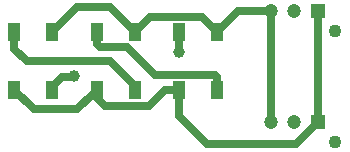
<source format=gbr>
%TF.GenerationSoftware,Altium Limited,Altium Designer,23.1.1 (15)*%
G04 Layer_Physical_Order=1*
G04 Layer_Color=255*
%FSLAX45Y45*%
%MOMM*%
%TF.SameCoordinates,65C13D17-EFD2-49A1-9DDF-215AC00BF633*%
%TF.FilePolarity,Positive*%
%TF.FileFunction,Copper,L1,Top,Signal*%
%TF.Part,Single*%
G01*
G75*
%TA.AperFunction,SMDPad,CuDef*%
%ADD10R,1.00000X1.50000*%
%TA.AperFunction,Conductor*%
%ADD11C,0.63500*%
%TA.AperFunction,ComponentPad*%
%ADD12C,1.10000*%
%ADD13C,1.20000*%
%ADD14R,1.20000X1.20000*%
%TA.AperFunction,ViaPad*%
%ADD15C,1.00000*%
D10*
X1861800Y1095898D02*
D03*
Y605902D02*
D03*
X1541800Y1095898D02*
D03*
Y605902D02*
D03*
X464800Y1095898D02*
D03*
Y605902D02*
D03*
X144800Y1095898D02*
D03*
Y605902D02*
D03*
X1163300Y1095898D02*
D03*
Y605897D02*
D03*
X843300Y1095898D02*
D03*
Y605897D02*
D03*
D11*
X464800Y630902D02*
X550814Y716916D01*
X640716D02*
X647700Y723900D01*
X464800Y605902D02*
Y630902D01*
X550814Y716916D02*
X640716D01*
X809831Y572427D02*
X914898Y467360D01*
X809831Y572427D02*
X843300Y605897D01*
X677718Y440314D02*
X809831Y572427D01*
X310388Y440314D02*
X677718D01*
X144800Y605902D02*
X310388Y440314D01*
X1421242Y605902D02*
X1541800D01*
X1282700Y467360D02*
X1421242Y605902D01*
X914898Y467360D02*
X1282700D01*
X1541800Y924601D02*
Y1095898D01*
X2041703Y1275801D02*
X2314600D01*
X1861800Y1095898D02*
X2041703Y1275801D01*
X1163300Y1095898D02*
X1291681Y1224280D01*
X1733418D01*
X1861800Y1095898D01*
X464800D02*
X675691Y1306789D01*
X952409D01*
X1163300Y1095898D01*
X1861800Y605902D02*
Y718820D01*
X1846560Y734060D02*
X1861800Y718820D01*
X1336040Y734060D02*
X1846560D01*
X1102360Y967740D02*
X1336040Y734060D01*
X871240Y967740D02*
X1102360D01*
X843300Y995680D02*
X871240Y967740D01*
X843300Y995680D02*
Y1095898D01*
X1163300Y605897D02*
Y642640D01*
X955040Y850900D02*
X1163300Y642640D01*
X248940Y850900D02*
X955040D01*
X144800Y955040D02*
X248940Y850900D01*
X144800Y955040D02*
Y1095898D01*
X1541800Y386080D02*
Y605902D01*
Y386080D02*
X1778020Y149860D01*
X2528458D01*
X2714600Y336001D01*
Y1275801D01*
X2314600Y336001D02*
Y1275801D01*
D12*
X2864602Y1105799D02*
D03*
Y165999D02*
D03*
D13*
X2314600Y1275801D02*
D03*
X2514600D02*
D03*
X2314600Y336001D02*
D03*
X2514600D02*
D03*
D14*
X2714600Y1275801D02*
D03*
Y336001D02*
D03*
D15*
X647700Y723900D02*
D03*
X1541800Y924601D02*
D03*
%TF.MD5,4087fc2f5f093e44e0303a785c46b37f*%
M02*

</source>
